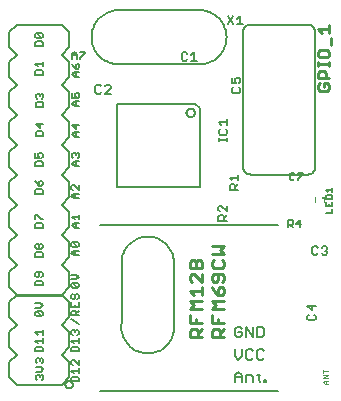
<source format=gto>
G75*
%MOIN*%
%OFA0B0*%
%FSLAX24Y24*%
%IPPOS*%
%LPD*%
%AMOC8*
5,1,8,0,0,1.08239X$1,22.5*
%
%ADD10C,0.0060*%
%ADD11C,0.0100*%
%ADD12C,0.0050*%
%ADD13C,0.0040*%
%ADD14C,0.0090*%
%ADD15R,0.0089X0.0098*%
%ADD16C,0.0070*%
%ADD17C,0.0080*%
D10*
X000325Y000600D02*
X000575Y000350D01*
X002075Y000350D01*
X002325Y000600D01*
X002325Y001100D01*
X002075Y001350D01*
X002325Y001600D01*
X002325Y002100D01*
X002075Y002350D01*
X002325Y002600D01*
X002325Y003100D01*
X002075Y003350D01*
X002325Y003600D01*
X002325Y004100D01*
X002075Y004350D01*
X002325Y004600D01*
X002325Y005100D01*
X002075Y005350D01*
X002325Y005600D01*
X002325Y006100D01*
X002075Y006350D01*
X002325Y006600D01*
X002325Y007100D01*
X002075Y007350D01*
X002325Y007600D01*
X002325Y008100D01*
X002075Y008350D01*
X002325Y008600D01*
X002325Y009100D01*
X002075Y009350D01*
X002325Y009600D01*
X002325Y010100D01*
X002075Y010350D01*
X002325Y010600D01*
X002325Y011100D01*
X002075Y011350D01*
X002325Y011600D01*
X002325Y012100D01*
X002075Y012350D01*
X000575Y012350D01*
X000325Y012100D01*
X000325Y011600D01*
X000575Y011350D01*
X000325Y011100D01*
X000325Y010600D01*
X000575Y010350D01*
X000325Y010100D01*
X000325Y009600D01*
X000575Y009350D01*
X000325Y009100D01*
X000325Y008600D01*
X000575Y008350D01*
X000325Y008100D01*
X000325Y007600D01*
X000575Y007350D01*
X000325Y007100D01*
X000325Y006600D01*
X000575Y006350D01*
X000325Y006100D01*
X000325Y005600D01*
X000575Y005350D01*
X000325Y005100D01*
X000325Y004600D01*
X000575Y004350D01*
X000325Y004100D01*
X000325Y003600D01*
X000575Y003350D01*
X000325Y003100D01*
X000325Y002600D01*
X000575Y002350D01*
X000325Y002100D01*
X000325Y001600D01*
X000575Y001350D01*
X000325Y001100D01*
X000325Y000600D01*
X001230Y000625D02*
X001270Y000665D01*
X001310Y000665D01*
X001350Y000625D01*
X001390Y000665D01*
X001430Y000665D01*
X001470Y000625D01*
X001470Y000545D01*
X001430Y000505D01*
X001350Y000585D02*
X001350Y000625D01*
X001230Y000625D02*
X001230Y000545D01*
X001270Y000505D01*
X001230Y000781D02*
X001390Y000781D01*
X001470Y000861D01*
X001390Y000941D01*
X001230Y000941D01*
X001270Y001057D02*
X001230Y001098D01*
X001230Y001178D01*
X001270Y001218D01*
X001310Y001218D01*
X001350Y001178D01*
X001390Y001218D01*
X001430Y001218D01*
X001470Y001178D01*
X001470Y001098D01*
X001430Y001057D01*
X001350Y001138D02*
X001350Y001178D01*
X001445Y001455D02*
X001205Y001455D01*
X001205Y001575D01*
X001245Y001615D01*
X001405Y001615D01*
X001445Y001575D01*
X001445Y001455D01*
X001445Y001731D02*
X001445Y001891D01*
X001445Y001811D02*
X001205Y001811D01*
X001285Y001731D01*
X001285Y002007D02*
X001205Y002088D01*
X001445Y002088D01*
X001445Y002168D02*
X001445Y002007D01*
X001405Y002630D02*
X001245Y002630D01*
X001205Y002670D01*
X001205Y002750D01*
X001245Y002790D01*
X001405Y002630D01*
X001445Y002670D01*
X001445Y002750D01*
X001405Y002790D01*
X001245Y002790D01*
X001205Y002906D02*
X001365Y002906D01*
X001445Y002986D01*
X001365Y003066D01*
X001205Y003066D01*
X001205Y003655D02*
X001205Y003775D01*
X001245Y003815D01*
X001405Y003815D01*
X001445Y003775D01*
X001445Y003655D01*
X001205Y003655D01*
X001245Y003931D02*
X001285Y003931D01*
X001325Y003971D01*
X001325Y004091D01*
X001405Y004091D02*
X001445Y004051D01*
X001445Y003971D01*
X001405Y003931D01*
X001405Y004091D02*
X001245Y004091D01*
X001205Y004051D01*
X001205Y003971D01*
X001245Y003931D01*
X001205Y004605D02*
X001205Y004725D01*
X001245Y004765D01*
X001405Y004765D01*
X001445Y004725D01*
X001445Y004605D01*
X001205Y004605D01*
X001245Y004881D02*
X001285Y004881D01*
X001325Y004921D01*
X001325Y005001D01*
X001365Y005041D01*
X001405Y005041D01*
X001445Y005001D01*
X001445Y004921D01*
X001405Y004881D01*
X001365Y004881D01*
X001325Y004921D01*
X001325Y005001D02*
X001285Y005041D01*
X001245Y005041D01*
X001205Y005001D01*
X001205Y004921D01*
X001245Y004881D01*
X001205Y005580D02*
X001205Y005700D01*
X001245Y005740D01*
X001405Y005740D01*
X001445Y005700D01*
X001445Y005580D01*
X001205Y005580D01*
X001205Y005856D02*
X001205Y006016D01*
X001245Y006016D01*
X001405Y005856D01*
X001445Y005856D01*
X001445Y006705D02*
X001205Y006705D01*
X001205Y006825D01*
X001245Y006865D01*
X001405Y006865D01*
X001445Y006825D01*
X001445Y006705D01*
X001405Y006981D02*
X001325Y006981D01*
X001325Y007101D01*
X001365Y007141D01*
X001405Y007141D01*
X001445Y007101D01*
X001445Y007021D01*
X001405Y006981D01*
X001325Y006981D02*
X001245Y007061D01*
X001205Y007141D01*
X001205Y007630D02*
X001205Y007750D01*
X001245Y007790D01*
X001405Y007790D01*
X001445Y007750D01*
X001445Y007630D01*
X001205Y007630D01*
X001205Y007906D02*
X001325Y007906D01*
X001285Y007986D01*
X001285Y008026D01*
X001325Y008066D01*
X001405Y008066D01*
X001445Y008026D01*
X001445Y007946D01*
X001405Y007906D01*
X001205Y007906D02*
X001205Y008066D01*
X001230Y008630D02*
X001230Y008750D01*
X001270Y008790D01*
X001430Y008790D01*
X001470Y008750D01*
X001470Y008630D01*
X001230Y008630D01*
X001350Y008906D02*
X001350Y009066D01*
X001470Y009026D02*
X001230Y009026D01*
X001350Y008906D01*
X001230Y009605D02*
X001470Y009605D01*
X001470Y009725D01*
X001430Y009765D01*
X001270Y009765D01*
X001230Y009725D01*
X001230Y009605D01*
X001270Y009881D02*
X001230Y009921D01*
X001230Y010001D01*
X001270Y010041D01*
X001310Y010041D01*
X001350Y010001D01*
X001390Y010041D01*
X001430Y010041D01*
X001470Y010001D01*
X001470Y009921D01*
X001430Y009881D01*
X001350Y009961D02*
X001350Y010001D01*
X001445Y010680D02*
X001205Y010680D01*
X001205Y010800D01*
X001245Y010840D01*
X001405Y010840D01*
X001445Y010800D01*
X001445Y010680D01*
X001445Y010956D02*
X001445Y011116D01*
X001445Y011036D02*
X001205Y011036D01*
X001285Y010956D01*
X001205Y011630D02*
X001205Y011750D01*
X001245Y011790D01*
X001405Y011790D01*
X001445Y011750D01*
X001445Y011630D01*
X001205Y011630D01*
X001245Y011906D02*
X001205Y011946D01*
X001205Y012026D01*
X001245Y012066D01*
X001405Y011906D01*
X001445Y011946D01*
X001445Y012026D01*
X001405Y012066D01*
X001245Y012066D01*
X001245Y011906D02*
X001405Y011906D01*
X002415Y011370D02*
X002415Y011210D01*
X002415Y011330D02*
X002575Y011330D01*
X002575Y011370D02*
X002575Y011210D01*
X002691Y011210D02*
X002691Y011250D01*
X002851Y011410D01*
X002851Y011450D01*
X002691Y011450D01*
X002575Y011370D02*
X002495Y011450D01*
X002415Y011370D01*
X002430Y011041D02*
X002470Y010961D01*
X002550Y010881D01*
X002550Y011001D01*
X002590Y011041D01*
X002630Y011041D01*
X002670Y011001D01*
X002670Y010921D01*
X002630Y010881D01*
X002550Y010881D01*
X002550Y010765D02*
X002550Y010605D01*
X002510Y010605D02*
X002430Y010685D01*
X002510Y010765D01*
X002670Y010765D01*
X002670Y010605D02*
X002510Y010605D01*
X002550Y010066D02*
X002630Y010066D01*
X002670Y010026D01*
X002670Y009946D01*
X002630Y009906D01*
X002550Y009906D02*
X002510Y009986D01*
X002510Y010026D01*
X002550Y010066D01*
X002430Y010066D02*
X002430Y009906D01*
X002550Y009906D01*
X002550Y009790D02*
X002550Y009630D01*
X002510Y009630D02*
X002430Y009710D01*
X002510Y009790D01*
X002670Y009790D01*
X002670Y009630D02*
X002510Y009630D01*
X002550Y009041D02*
X002550Y008881D01*
X002430Y009001D01*
X002670Y009001D01*
X002670Y008765D02*
X002510Y008765D01*
X002430Y008685D01*
X002510Y008605D01*
X002670Y008605D01*
X002550Y008605D02*
X002550Y008765D01*
X002590Y008066D02*
X002550Y008026D01*
X002550Y007986D01*
X002550Y008026D02*
X002510Y008066D01*
X002470Y008066D01*
X002430Y008026D01*
X002430Y007946D01*
X002470Y007906D01*
X002510Y007790D02*
X002670Y007790D01*
X002550Y007790D02*
X002550Y007630D01*
X002510Y007630D02*
X002430Y007710D01*
X002510Y007790D01*
X002510Y007630D02*
X002670Y007630D01*
X002630Y007906D02*
X002670Y007946D01*
X002670Y008026D01*
X002630Y008066D01*
X002590Y008066D01*
X002645Y006991D02*
X002645Y006831D01*
X002485Y006991D01*
X002445Y006991D01*
X002405Y006951D01*
X002405Y006871D01*
X002445Y006831D01*
X002485Y006715D02*
X002645Y006715D01*
X002525Y006715D02*
X002525Y006555D01*
X002485Y006555D02*
X002405Y006635D01*
X002485Y006715D01*
X002485Y006555D02*
X002645Y006555D01*
X002670Y006016D02*
X002670Y005856D01*
X002670Y005936D02*
X002430Y005936D01*
X002510Y005856D01*
X002510Y005740D02*
X002430Y005660D01*
X002510Y005580D01*
X002670Y005580D01*
X002550Y005580D02*
X002550Y005740D01*
X002510Y005740D02*
X002670Y005740D01*
X002605Y005091D02*
X002445Y005091D01*
X002605Y004931D01*
X002645Y004971D01*
X002645Y005051D01*
X002605Y005091D01*
X002605Y004931D02*
X002445Y004931D01*
X002405Y004971D01*
X002405Y005051D01*
X002445Y005091D01*
X002485Y004815D02*
X002405Y004735D01*
X002485Y004655D01*
X002645Y004655D01*
X002525Y004655D02*
X002525Y004815D01*
X002485Y004815D02*
X002645Y004815D01*
X002565Y004016D02*
X002405Y004016D01*
X002405Y003856D02*
X002565Y003856D01*
X002645Y003936D01*
X002565Y004016D01*
X002605Y003740D02*
X002445Y003740D01*
X002605Y003580D01*
X002645Y003620D01*
X002645Y003700D01*
X002605Y003740D01*
X002605Y003580D02*
X002445Y003580D01*
X002405Y003620D01*
X002405Y003700D01*
X002445Y003740D01*
X002445Y003369D02*
X002405Y003329D01*
X002405Y003249D01*
X002445Y003209D01*
X002485Y003209D01*
X002525Y003249D01*
X002525Y003329D01*
X002565Y003369D01*
X002605Y003369D01*
X002645Y003329D01*
X002645Y003249D01*
X002605Y003209D01*
X002645Y003093D02*
X002645Y002932D01*
X002405Y002932D01*
X002405Y003093D01*
X002525Y003013D02*
X002525Y002932D01*
X002525Y002816D02*
X002565Y002776D01*
X002565Y002656D01*
X002645Y002656D02*
X002405Y002656D01*
X002405Y002776D01*
X002445Y002816D01*
X002525Y002816D01*
X002565Y002736D02*
X002645Y002816D01*
X002405Y002540D02*
X002645Y002380D01*
X002605Y002168D02*
X002645Y002128D01*
X002645Y002048D01*
X002605Y002007D01*
X002525Y002088D02*
X002525Y002128D01*
X002565Y002168D01*
X002605Y002168D01*
X002525Y002128D02*
X002485Y002168D01*
X002445Y002168D01*
X002405Y002128D01*
X002405Y002048D01*
X002445Y002007D01*
X002645Y001891D02*
X002645Y001731D01*
X002645Y001811D02*
X002405Y001811D01*
X002485Y001731D01*
X002445Y001615D02*
X002405Y001575D01*
X002405Y001455D01*
X002645Y001455D01*
X002645Y001575D01*
X002605Y001615D01*
X002445Y001615D01*
X002445Y001168D02*
X002405Y001128D01*
X002405Y001048D01*
X002445Y001007D01*
X002445Y001168D02*
X002485Y001168D01*
X002645Y001007D01*
X002645Y001168D01*
X002645Y000891D02*
X002645Y000731D01*
X002645Y000811D02*
X002405Y000811D01*
X002485Y000731D01*
X002445Y000615D02*
X002405Y000575D01*
X002405Y000455D01*
X002645Y000455D01*
X002645Y000575D01*
X002605Y000615D01*
X002445Y000615D01*
X007855Y000600D02*
X008082Y000600D01*
X008082Y000657D02*
X007968Y000770D01*
X007855Y000657D01*
X007855Y000430D01*
X008082Y000430D02*
X008082Y000657D01*
X008223Y000657D02*
X008393Y000657D01*
X008450Y000600D01*
X008450Y000430D01*
X008648Y000487D02*
X008648Y000714D01*
X008592Y000657D02*
X008705Y000657D01*
X008648Y000487D02*
X008705Y000430D01*
X008837Y000430D02*
X008894Y000430D01*
X008894Y000487D01*
X008837Y000487D01*
X008837Y000430D01*
X008223Y000430D02*
X008223Y000657D01*
X008280Y001180D02*
X008223Y001237D01*
X008223Y001464D01*
X008280Y001520D01*
X008393Y001520D01*
X008450Y001464D01*
X008592Y001464D02*
X008592Y001237D01*
X008648Y001180D01*
X008762Y001180D01*
X008818Y001237D01*
X008818Y001464D02*
X008762Y001520D01*
X008648Y001520D01*
X008592Y001464D01*
X008450Y001237D02*
X008393Y001180D01*
X008280Y001180D01*
X008082Y001293D02*
X008082Y001520D01*
X008082Y001293D02*
X007968Y001180D01*
X007855Y001293D01*
X007855Y001520D01*
X007912Y001930D02*
X008025Y001930D01*
X008082Y001987D01*
X008082Y002100D01*
X007968Y002100D01*
X007855Y001987D02*
X007912Y001930D01*
X007855Y001987D02*
X007855Y002214D01*
X007912Y002270D01*
X008025Y002270D01*
X008082Y002214D01*
X008223Y002270D02*
X008450Y001930D01*
X008450Y002270D01*
X008592Y002270D02*
X008762Y002270D01*
X008818Y002214D01*
X008818Y001987D01*
X008762Y001930D01*
X008592Y001930D01*
X008592Y002270D01*
X008223Y002270D02*
X008223Y001930D01*
X009623Y005585D02*
X009623Y005825D01*
X009743Y005825D01*
X009783Y005785D01*
X009783Y005705D01*
X009743Y005665D01*
X009623Y005665D01*
X009703Y005665D02*
X009783Y005585D01*
X009899Y005705D02*
X010059Y005705D01*
X010019Y005585D02*
X010019Y005825D01*
X009899Y005705D01*
X009956Y007170D02*
X009956Y007210D01*
X010116Y007370D01*
X010116Y007410D01*
X009956Y007410D01*
X009840Y007370D02*
X009800Y007410D01*
X009720Y007410D01*
X009680Y007370D01*
X009680Y007210D01*
X009720Y007170D01*
X009800Y007170D01*
X009840Y007210D01*
X010275Y007350D02*
X008375Y007350D01*
X008345Y007352D01*
X008315Y007357D01*
X008286Y007366D01*
X008259Y007379D01*
X008233Y007394D01*
X008209Y007413D01*
X008188Y007434D01*
X008169Y007458D01*
X008154Y007484D01*
X008141Y007511D01*
X008132Y007540D01*
X008127Y007570D01*
X008125Y007600D01*
X008125Y012100D01*
X008127Y012130D01*
X008132Y012160D01*
X008141Y012189D01*
X008154Y012216D01*
X008169Y012242D01*
X008188Y012266D01*
X008209Y012287D01*
X008233Y012306D01*
X008259Y012321D01*
X008286Y012334D01*
X008315Y012343D01*
X008345Y012348D01*
X008375Y012350D01*
X010275Y012350D01*
X010305Y012348D01*
X010335Y012343D01*
X010364Y012334D01*
X010391Y012321D01*
X010417Y012306D01*
X010441Y012287D01*
X010462Y012266D01*
X010481Y012242D01*
X010496Y012216D01*
X010509Y012189D01*
X010518Y012160D01*
X010523Y012130D01*
X010525Y012100D01*
X010525Y007600D01*
X010523Y007570D01*
X010518Y007540D01*
X010509Y007511D01*
X010496Y007484D01*
X010481Y007458D01*
X010462Y007434D01*
X010441Y007413D01*
X010417Y007394D01*
X010391Y007379D01*
X010364Y007366D01*
X010335Y007357D01*
X010305Y007352D01*
X010275Y007350D01*
X006680Y006945D02*
X006680Y009565D01*
X006540Y009705D01*
X003920Y009705D01*
X003920Y006945D01*
X006680Y006945D01*
X006239Y009405D02*
X006241Y009428D01*
X006247Y009451D01*
X006256Y009472D01*
X006269Y009492D01*
X006285Y009509D01*
X006303Y009523D01*
X006323Y009534D01*
X006345Y009542D01*
X006368Y009546D01*
X006392Y009546D01*
X006415Y009542D01*
X006437Y009534D01*
X006457Y009523D01*
X006475Y009509D01*
X006491Y009492D01*
X006504Y009472D01*
X006513Y009451D01*
X006519Y009428D01*
X006521Y009405D01*
X006519Y009382D01*
X006513Y009359D01*
X006504Y009338D01*
X006491Y009318D01*
X006475Y009301D01*
X006457Y009287D01*
X006437Y009276D01*
X006415Y009268D01*
X006392Y009264D01*
X006368Y009264D01*
X006345Y009268D01*
X006323Y009276D01*
X006303Y009287D01*
X006285Y009301D01*
X006269Y009318D01*
X006256Y009338D01*
X006247Y009359D01*
X006241Y009382D01*
X006239Y009405D01*
D11*
X007105Y004969D02*
X007505Y004969D01*
X007372Y004836D01*
X007505Y004702D01*
X007105Y004702D01*
X007171Y004509D02*
X007105Y004442D01*
X007105Y004309D01*
X007171Y004242D01*
X007438Y004242D01*
X007505Y004309D01*
X007505Y004442D01*
X007438Y004509D01*
X007438Y004048D02*
X007171Y004048D01*
X007105Y003982D01*
X007105Y003848D01*
X007171Y003782D01*
X007238Y003782D01*
X007305Y003848D01*
X007305Y004048D01*
X007438Y004048D02*
X007505Y003982D01*
X007505Y003848D01*
X007438Y003782D01*
X007438Y003588D02*
X007372Y003588D01*
X007305Y003521D01*
X007305Y003321D01*
X007438Y003321D01*
X007505Y003388D01*
X007505Y003521D01*
X007438Y003588D01*
X007171Y003455D02*
X007305Y003321D01*
X007171Y003455D02*
X007105Y003588D01*
X006755Y003588D02*
X006755Y003321D01*
X006755Y003455D02*
X006355Y003455D01*
X006488Y003321D01*
X006355Y003128D02*
X006755Y003128D01*
X006755Y002861D02*
X006355Y002861D01*
X006488Y002994D01*
X006355Y003128D01*
X006355Y002667D02*
X006355Y002400D01*
X006755Y002400D01*
X006755Y002207D02*
X006622Y002073D01*
X006622Y002140D02*
X006622Y001940D01*
X006755Y001940D02*
X006355Y001940D01*
X006355Y002140D01*
X006421Y002207D01*
X006555Y002207D01*
X006622Y002140D01*
X006555Y002400D02*
X006555Y002534D01*
X007105Y002667D02*
X007105Y002400D01*
X007505Y002400D01*
X007505Y002207D02*
X007372Y002073D01*
X007372Y002140D02*
X007305Y002207D01*
X007171Y002207D01*
X007105Y002140D01*
X007105Y001940D01*
X007505Y001940D01*
X007372Y001940D02*
X007372Y002140D01*
X007305Y002400D02*
X007305Y002534D01*
X007505Y002861D02*
X007105Y002861D01*
X007238Y002994D01*
X007105Y003128D01*
X007505Y003128D01*
X006755Y003782D02*
X006488Y004048D01*
X006421Y004048D01*
X006355Y003982D01*
X006355Y003848D01*
X006421Y003782D01*
X006755Y003782D02*
X006755Y004048D01*
X006755Y004242D02*
X006755Y004442D01*
X006688Y004509D01*
X006622Y004509D01*
X006555Y004442D01*
X006555Y004242D01*
X006555Y004442D02*
X006488Y004509D01*
X006421Y004509D01*
X006355Y004442D01*
X006355Y004242D01*
X006755Y004242D01*
X002075Y003350D02*
X000600Y003350D01*
D12*
X002200Y000350D02*
X002202Y000372D01*
X002208Y000393D01*
X002217Y000412D01*
X002229Y000430D01*
X002245Y000446D01*
X002262Y000458D01*
X002282Y000467D01*
X002303Y000473D01*
X002325Y000475D01*
X002347Y000473D01*
X002368Y000467D01*
X002387Y000458D01*
X002405Y000446D01*
X002421Y000430D01*
X002433Y000412D01*
X002442Y000393D01*
X002448Y000372D01*
X002450Y000350D01*
X002448Y000328D01*
X002442Y000307D01*
X002433Y000288D01*
X002421Y000270D01*
X002405Y000254D01*
X002388Y000242D01*
X002368Y000233D01*
X002347Y000227D01*
X002325Y000225D01*
X002303Y000227D01*
X002282Y000233D01*
X002262Y000242D01*
X002245Y000254D01*
X002229Y000270D01*
X002217Y000287D01*
X002208Y000307D01*
X002202Y000328D01*
X002200Y000350D01*
X003372Y000144D02*
X009278Y000144D01*
X005825Y002400D02*
X005825Y004400D01*
X005823Y004458D01*
X005817Y004517D01*
X005807Y004574D01*
X005794Y004631D01*
X005777Y004687D01*
X005756Y004742D01*
X005731Y004795D01*
X005703Y004846D01*
X005671Y004895D01*
X005637Y004942D01*
X005599Y004987D01*
X005558Y005029D01*
X005515Y005068D01*
X005469Y005104D01*
X005421Y005138D01*
X005371Y005167D01*
X005318Y005194D01*
X005264Y005217D01*
X005209Y005236D01*
X005153Y005251D01*
X005096Y005263D01*
X005038Y005271D01*
X004979Y005275D01*
X004921Y005275D01*
X004862Y005271D01*
X004804Y005263D01*
X004747Y005251D01*
X004691Y005236D01*
X004636Y005217D01*
X004582Y005194D01*
X004529Y005167D01*
X004479Y005138D01*
X004431Y005104D01*
X004385Y005068D01*
X004342Y005029D01*
X004301Y004987D01*
X004263Y004942D01*
X004229Y004895D01*
X004197Y004846D01*
X004169Y004795D01*
X004144Y004742D01*
X004123Y004687D01*
X004106Y004631D01*
X004093Y004574D01*
X004083Y004517D01*
X004077Y004458D01*
X004075Y004400D01*
X004075Y002400D01*
X004069Y002342D01*
X004066Y002284D01*
X004067Y002226D01*
X004073Y002168D01*
X004081Y002110D01*
X004094Y002053D01*
X004111Y001998D01*
X004131Y001943D01*
X004154Y001890D01*
X004181Y001838D01*
X004212Y001789D01*
X004246Y001741D01*
X004282Y001696D01*
X004322Y001653D01*
X004364Y001613D01*
X004409Y001576D01*
X004456Y001542D01*
X004505Y001511D01*
X004557Y001483D01*
X004610Y001459D01*
X004664Y001439D01*
X004720Y001422D01*
X004776Y001408D01*
X004834Y001399D01*
X004892Y001393D01*
X004950Y001391D01*
X005008Y001393D01*
X005066Y001399D01*
X005124Y001408D01*
X005180Y001422D01*
X005236Y001439D01*
X005290Y001459D01*
X005343Y001483D01*
X005395Y001511D01*
X005444Y001542D01*
X005491Y001576D01*
X005536Y001613D01*
X005578Y001653D01*
X005618Y001696D01*
X005654Y001741D01*
X005688Y001789D01*
X005719Y001838D01*
X005746Y001890D01*
X005769Y001943D01*
X005789Y001998D01*
X005806Y002053D01*
X005819Y002110D01*
X005827Y002168D01*
X005833Y002226D01*
X005834Y002284D01*
X005831Y002342D01*
X005825Y002400D01*
X003372Y005656D02*
X009278Y005656D01*
X010894Y006073D02*
X011094Y006073D01*
X011094Y006206D01*
X011094Y006303D02*
X011094Y006437D01*
X011094Y006533D02*
X011094Y006633D01*
X011060Y006667D01*
X010927Y006667D01*
X010894Y006633D01*
X010894Y006533D01*
X011094Y006533D01*
X010994Y006370D02*
X010994Y006303D01*
X010894Y006303D02*
X011094Y006303D01*
X010894Y006303D02*
X010894Y006437D01*
X010960Y006764D02*
X010894Y006830D01*
X011094Y006830D01*
X011094Y006764D02*
X011094Y006897D01*
D13*
X010813Y006604D02*
X010813Y006446D01*
X010537Y006446D02*
X010537Y006604D01*
X010798Y000837D02*
X010798Y000733D01*
X010798Y000785D02*
X010955Y000785D01*
X010955Y000656D02*
X010798Y000656D01*
X010798Y000551D02*
X010955Y000656D01*
X010955Y000551D02*
X010798Y000551D01*
X010850Y000475D02*
X010798Y000422D01*
X010850Y000370D01*
X010955Y000370D01*
X010877Y000370D02*
X010877Y000475D01*
X010850Y000475D02*
X010955Y000475D01*
D14*
X010935Y010147D02*
X010695Y010147D01*
X010635Y010207D01*
X010635Y010327D01*
X010695Y010387D01*
X010635Y010561D02*
X010635Y010742D01*
X010695Y010802D01*
X010815Y010802D01*
X010875Y010742D01*
X010875Y010561D01*
X010995Y010561D02*
X010635Y010561D01*
X010815Y010387D02*
X010815Y010267D01*
X010815Y010387D02*
X010935Y010387D01*
X010995Y010327D01*
X010995Y010207D01*
X010935Y010147D01*
X010995Y010976D02*
X010995Y011096D01*
X010995Y011036D02*
X010635Y011036D01*
X010635Y010976D02*
X010635Y011096D01*
X010695Y011252D02*
X010935Y011252D01*
X010995Y011312D01*
X010995Y011432D01*
X010935Y011492D01*
X010695Y011492D01*
X010635Y011432D01*
X010635Y011312D01*
X010695Y011252D01*
X011055Y011666D02*
X011055Y011906D01*
X010995Y012081D02*
X010995Y012321D01*
X010995Y012201D02*
X010635Y012201D01*
X010755Y012081D01*
D15*
X010788Y006574D03*
D16*
X010799Y004955D02*
X010892Y004955D01*
X010939Y004909D01*
X010939Y004862D01*
X010892Y004815D01*
X010939Y004768D01*
X010939Y004722D01*
X010892Y004675D01*
X010799Y004675D01*
X010752Y004722D01*
X010846Y004815D02*
X010892Y004815D01*
X010752Y004909D02*
X010799Y004955D01*
X010617Y004909D02*
X010570Y004955D01*
X010477Y004955D01*
X010430Y004909D01*
X010430Y004722D01*
X010477Y004675D01*
X010570Y004675D01*
X010617Y004722D01*
X010410Y003004D02*
X010410Y002817D01*
X010270Y002957D01*
X010550Y002957D01*
X010503Y002682D02*
X010550Y002635D01*
X010550Y002542D01*
X010503Y002495D01*
X010316Y002495D01*
X010270Y002542D01*
X010270Y002635D01*
X010316Y002682D01*
X007585Y005805D02*
X007305Y005805D01*
X007305Y005945D01*
X007351Y005992D01*
X007445Y005992D01*
X007492Y005945D01*
X007492Y005805D01*
X007492Y005898D02*
X007585Y005992D01*
X007585Y006127D02*
X007398Y006314D01*
X007351Y006314D01*
X007305Y006267D01*
X007305Y006174D01*
X007351Y006127D01*
X007585Y006127D02*
X007585Y006314D01*
X007680Y006830D02*
X007680Y006970D01*
X007726Y007017D01*
X007820Y007017D01*
X007867Y006970D01*
X007867Y006830D01*
X007960Y006830D02*
X007680Y006830D01*
X007867Y006923D02*
X007960Y007017D01*
X007960Y007152D02*
X007960Y007339D01*
X007960Y007246D02*
X007680Y007246D01*
X007773Y007152D01*
X007590Y008461D02*
X007590Y008554D01*
X007590Y008507D02*
X007310Y008507D01*
X007310Y008461D02*
X007310Y008554D01*
X007356Y008675D02*
X007310Y008722D01*
X007310Y008816D01*
X007356Y008862D01*
X007403Y008998D02*
X007310Y009091D01*
X007590Y009091D01*
X007590Y008998D02*
X007590Y009185D01*
X007543Y008862D02*
X007590Y008816D01*
X007590Y008722D01*
X007543Y008675D01*
X007356Y008675D01*
X007806Y010065D02*
X007993Y010065D01*
X008040Y010112D01*
X008040Y010206D01*
X007993Y010252D01*
X007993Y010388D02*
X008040Y010434D01*
X008040Y010528D01*
X007993Y010575D01*
X007900Y010575D01*
X007853Y010528D01*
X007853Y010481D01*
X007900Y010388D01*
X007760Y010388D01*
X007760Y010575D01*
X007806Y010252D02*
X007760Y010206D01*
X007760Y010112D01*
X007806Y010065D01*
X006589Y011140D02*
X006402Y011140D01*
X006496Y011140D02*
X006496Y011420D01*
X006402Y011327D01*
X006267Y011374D02*
X006220Y011420D01*
X006127Y011420D01*
X006080Y011374D01*
X006080Y011187D01*
X006127Y011140D01*
X006220Y011140D01*
X006267Y011187D01*
X007610Y012360D02*
X007797Y012640D01*
X007932Y012547D02*
X008026Y012640D01*
X008026Y012360D01*
X008119Y012360D02*
X007932Y012360D01*
X007797Y012360D02*
X007610Y012640D01*
X003715Y010284D02*
X003668Y010330D01*
X003574Y010330D01*
X003528Y010284D01*
X003392Y010284D02*
X003346Y010330D01*
X003252Y010330D01*
X003205Y010284D01*
X003205Y010097D01*
X003252Y010050D01*
X003346Y010050D01*
X003392Y010097D01*
X003528Y010050D02*
X003715Y010237D01*
X003715Y010284D01*
X003715Y010050D02*
X003528Y010050D01*
D17*
X003975Y011025D02*
X006675Y011025D01*
X006734Y011027D01*
X006792Y011033D01*
X006851Y011042D01*
X006908Y011056D01*
X006964Y011073D01*
X007019Y011094D01*
X007073Y011118D01*
X007125Y011146D01*
X007175Y011177D01*
X007223Y011211D01*
X007268Y011248D01*
X007311Y011289D01*
X007352Y011332D01*
X007389Y011377D01*
X007423Y011425D01*
X007454Y011475D01*
X007482Y011527D01*
X007506Y011581D01*
X007527Y011636D01*
X007544Y011692D01*
X007558Y011749D01*
X007567Y011808D01*
X007573Y011866D01*
X007575Y011925D01*
X007573Y011984D01*
X007567Y012042D01*
X007558Y012101D01*
X007544Y012158D01*
X007527Y012214D01*
X007506Y012269D01*
X007482Y012323D01*
X007454Y012375D01*
X007423Y012425D01*
X007389Y012473D01*
X007352Y012518D01*
X007311Y012561D01*
X007268Y012602D01*
X007223Y012639D01*
X007175Y012673D01*
X007125Y012704D01*
X007073Y012732D01*
X007019Y012756D01*
X006964Y012777D01*
X006908Y012794D01*
X006851Y012808D01*
X006792Y012817D01*
X006734Y012823D01*
X006675Y012825D01*
X003975Y012825D01*
X003916Y012823D01*
X003858Y012817D01*
X003799Y012808D01*
X003742Y012794D01*
X003686Y012777D01*
X003631Y012756D01*
X003577Y012732D01*
X003525Y012704D01*
X003475Y012673D01*
X003427Y012639D01*
X003382Y012602D01*
X003339Y012561D01*
X003298Y012518D01*
X003261Y012473D01*
X003227Y012425D01*
X003196Y012375D01*
X003168Y012323D01*
X003144Y012269D01*
X003123Y012214D01*
X003106Y012158D01*
X003092Y012101D01*
X003083Y012042D01*
X003077Y011984D01*
X003075Y011925D01*
X003077Y011866D01*
X003083Y011808D01*
X003092Y011749D01*
X003106Y011692D01*
X003123Y011636D01*
X003144Y011581D01*
X003168Y011527D01*
X003196Y011475D01*
X003227Y011425D01*
X003261Y011377D01*
X003298Y011332D01*
X003339Y011289D01*
X003382Y011248D01*
X003427Y011211D01*
X003475Y011177D01*
X003525Y011146D01*
X003577Y011118D01*
X003631Y011094D01*
X003686Y011073D01*
X003742Y011056D01*
X003799Y011042D01*
X003858Y011033D01*
X003916Y011027D01*
X003975Y011025D01*
M02*

</source>
